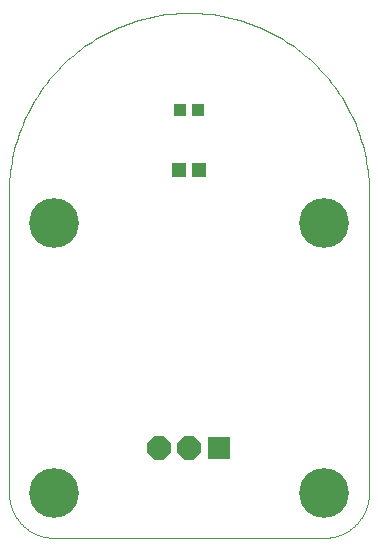
<source format=gts>
G75*
%MOIN*%
%OFA0B0*%
%FSLAX25Y25*%
%IPPOS*%
%LPD*%
%AMOC8*
5,1,8,0,0,1.08239X$1,22.5*
%
%ADD10R,0.05131X0.04737*%
%ADD11R,0.03950X0.03950*%
%ADD12C,0.16611*%
%ADD13C,0.00000*%
%ADD14OC8,0.07800*%
%ADD15R,0.07800X0.07800*%
D10*
X0058154Y0124000D03*
X0064846Y0124000D03*
D11*
X0064453Y0144000D03*
X0058547Y0144000D03*
D12*
X0016500Y0106500D03*
X0016500Y0016500D03*
X0106500Y0016500D03*
X0106500Y0106500D03*
D13*
X0001500Y0116500D02*
X0001500Y0016500D01*
X0001504Y0016138D01*
X0001518Y0015775D01*
X0001539Y0015413D01*
X0001570Y0015052D01*
X0001609Y0014692D01*
X0001657Y0014333D01*
X0001714Y0013975D01*
X0001779Y0013618D01*
X0001853Y0013263D01*
X0001936Y0012910D01*
X0002027Y0012559D01*
X0002126Y0012211D01*
X0002234Y0011865D01*
X0002350Y0011521D01*
X0002475Y0011181D01*
X0002607Y0010844D01*
X0002748Y0010510D01*
X0002897Y0010179D01*
X0003054Y0009852D01*
X0003218Y0009529D01*
X0003390Y0009210D01*
X0003570Y0008896D01*
X0003758Y0008585D01*
X0003953Y0008280D01*
X0004155Y0007979D01*
X0004365Y0007683D01*
X0004581Y0007393D01*
X0004805Y0007107D01*
X0005035Y0006827D01*
X0005272Y0006553D01*
X0005516Y0006285D01*
X0005766Y0006022D01*
X0006022Y0005766D01*
X0006285Y0005516D01*
X0006553Y0005272D01*
X0006827Y0005035D01*
X0007107Y0004805D01*
X0007393Y0004581D01*
X0007683Y0004365D01*
X0007979Y0004155D01*
X0008280Y0003953D01*
X0008585Y0003758D01*
X0008896Y0003570D01*
X0009210Y0003390D01*
X0009529Y0003218D01*
X0009852Y0003054D01*
X0010179Y0002897D01*
X0010510Y0002748D01*
X0010844Y0002607D01*
X0011181Y0002475D01*
X0011521Y0002350D01*
X0011865Y0002234D01*
X0012211Y0002126D01*
X0012559Y0002027D01*
X0012910Y0001936D01*
X0013263Y0001853D01*
X0013618Y0001779D01*
X0013975Y0001714D01*
X0014333Y0001657D01*
X0014692Y0001609D01*
X0015052Y0001570D01*
X0015413Y0001539D01*
X0015775Y0001518D01*
X0016138Y0001504D01*
X0016500Y0001500D01*
X0106500Y0001500D01*
X0106862Y0001504D01*
X0107225Y0001518D01*
X0107587Y0001539D01*
X0107948Y0001570D01*
X0108308Y0001609D01*
X0108667Y0001657D01*
X0109025Y0001714D01*
X0109382Y0001779D01*
X0109737Y0001853D01*
X0110090Y0001936D01*
X0110441Y0002027D01*
X0110789Y0002126D01*
X0111135Y0002234D01*
X0111479Y0002350D01*
X0111819Y0002475D01*
X0112156Y0002607D01*
X0112490Y0002748D01*
X0112821Y0002897D01*
X0113148Y0003054D01*
X0113471Y0003218D01*
X0113790Y0003390D01*
X0114104Y0003570D01*
X0114415Y0003758D01*
X0114720Y0003953D01*
X0115021Y0004155D01*
X0115317Y0004365D01*
X0115607Y0004581D01*
X0115893Y0004805D01*
X0116173Y0005035D01*
X0116447Y0005272D01*
X0116715Y0005516D01*
X0116978Y0005766D01*
X0117234Y0006022D01*
X0117484Y0006285D01*
X0117728Y0006553D01*
X0117965Y0006827D01*
X0118195Y0007107D01*
X0118419Y0007393D01*
X0118635Y0007683D01*
X0118845Y0007979D01*
X0119047Y0008280D01*
X0119242Y0008585D01*
X0119430Y0008896D01*
X0119610Y0009210D01*
X0119782Y0009529D01*
X0119946Y0009852D01*
X0120103Y0010179D01*
X0120252Y0010510D01*
X0120393Y0010844D01*
X0120525Y0011181D01*
X0120650Y0011521D01*
X0120766Y0011865D01*
X0120874Y0012211D01*
X0120973Y0012559D01*
X0121064Y0012910D01*
X0121147Y0013263D01*
X0121221Y0013618D01*
X0121286Y0013975D01*
X0121343Y0014333D01*
X0121391Y0014692D01*
X0121430Y0015052D01*
X0121461Y0015413D01*
X0121482Y0015775D01*
X0121496Y0016138D01*
X0121500Y0016500D01*
X0121500Y0116500D01*
X0121482Y0117961D01*
X0121429Y0119421D01*
X0121340Y0120880D01*
X0121216Y0122336D01*
X0121056Y0123788D01*
X0120861Y0125236D01*
X0120630Y0126679D01*
X0120365Y0128116D01*
X0120065Y0129546D01*
X0119730Y0130968D01*
X0119360Y0132382D01*
X0118956Y0133786D01*
X0118518Y0135180D01*
X0118046Y0136563D01*
X0117541Y0137934D01*
X0117002Y0139292D01*
X0116431Y0140637D01*
X0115827Y0141967D01*
X0115191Y0143283D01*
X0114523Y0144582D01*
X0113823Y0145865D01*
X0113092Y0147130D01*
X0112331Y0148378D01*
X0111540Y0149606D01*
X0110719Y0150815D01*
X0109869Y0152003D01*
X0108990Y0153170D01*
X0108083Y0154316D01*
X0107148Y0155439D01*
X0106186Y0156539D01*
X0105198Y0157615D01*
X0104184Y0158667D01*
X0103144Y0159694D01*
X0102080Y0160695D01*
X0100992Y0161671D01*
X0099880Y0162619D01*
X0098746Y0163540D01*
X0097589Y0164433D01*
X0096412Y0165297D01*
X0095213Y0166133D01*
X0093994Y0166939D01*
X0092756Y0167716D01*
X0091500Y0168462D01*
X0090226Y0169177D01*
X0088935Y0169861D01*
X0087627Y0170513D01*
X0086304Y0171133D01*
X0084966Y0171721D01*
X0083615Y0172276D01*
X0082250Y0172798D01*
X0080873Y0173286D01*
X0079484Y0173741D01*
X0078085Y0174162D01*
X0076676Y0174549D01*
X0075258Y0174901D01*
X0073832Y0175219D01*
X0072398Y0175502D01*
X0070958Y0175750D01*
X0069513Y0175963D01*
X0068062Y0176140D01*
X0066608Y0176282D01*
X0065151Y0176389D01*
X0063691Y0176460D01*
X0062231Y0176496D01*
X0060769Y0176496D01*
X0059309Y0176460D01*
X0057849Y0176389D01*
X0056392Y0176282D01*
X0054938Y0176140D01*
X0053487Y0175963D01*
X0052042Y0175750D01*
X0050602Y0175502D01*
X0049168Y0175219D01*
X0047742Y0174901D01*
X0046324Y0174549D01*
X0044915Y0174162D01*
X0043516Y0173741D01*
X0042127Y0173286D01*
X0040750Y0172798D01*
X0039385Y0172276D01*
X0038034Y0171721D01*
X0036696Y0171133D01*
X0035373Y0170513D01*
X0034065Y0169861D01*
X0032774Y0169177D01*
X0031500Y0168462D01*
X0030244Y0167716D01*
X0029006Y0166939D01*
X0027787Y0166133D01*
X0026588Y0165297D01*
X0025411Y0164433D01*
X0024254Y0163540D01*
X0023120Y0162619D01*
X0022008Y0161671D01*
X0020920Y0160695D01*
X0019856Y0159694D01*
X0018816Y0158667D01*
X0017802Y0157615D01*
X0016814Y0156539D01*
X0015852Y0155439D01*
X0014917Y0154316D01*
X0014010Y0153170D01*
X0013131Y0152003D01*
X0012281Y0150815D01*
X0011460Y0149606D01*
X0010669Y0148378D01*
X0009908Y0147130D01*
X0009177Y0145865D01*
X0008477Y0144582D01*
X0007809Y0143283D01*
X0007173Y0141967D01*
X0006569Y0140637D01*
X0005998Y0139292D01*
X0005459Y0137934D01*
X0004954Y0136563D01*
X0004482Y0135180D01*
X0004044Y0133786D01*
X0003640Y0132382D01*
X0003270Y0130968D01*
X0002935Y0129546D01*
X0002635Y0128116D01*
X0002370Y0126679D01*
X0002139Y0125236D01*
X0001944Y0123788D01*
X0001784Y0122336D01*
X0001660Y0120880D01*
X0001571Y0119421D01*
X0001518Y0117961D01*
X0001500Y0116500D01*
D14*
X0051500Y0031500D03*
X0061500Y0031500D03*
D15*
X0071500Y0031500D03*
M02*

</source>
